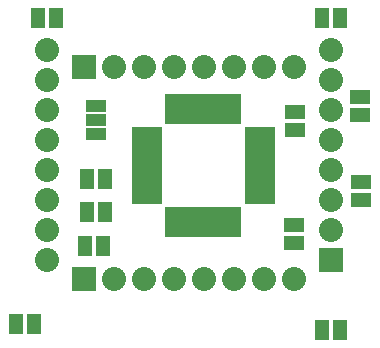
<source format=gts>
G04 (created by PCBNEW-RS274X (2011-05-25)-stable) date Tue 02 Apr 2013 03:30:14 PM PDT*
G01*
G70*
G90*
%MOIN*%
G04 Gerber Fmt 3.4, Leading zero omitted, Abs format*
%FSLAX34Y34*%
G04 APERTURE LIST*
%ADD10C,0.006000*%
%ADD11R,0.045000X0.065000*%
%ADD12R,0.065000X0.045000*%
%ADD13R,0.037700X0.098700*%
%ADD14R,0.098700X0.037700*%
%ADD15C,0.080000*%
%ADD16R,0.080000X0.080000*%
%ADD17R,0.071200X0.039700*%
G04 APERTURE END LIST*
G54D10*
G54D11*
X50094Y-28504D03*
X50694Y-28504D03*
X42220Y-36102D03*
X42820Y-36102D03*
X39897Y-38701D03*
X40497Y-38701D03*
X42259Y-34961D03*
X42859Y-34961D03*
G54D12*
X49213Y-31629D03*
X49213Y-32229D03*
G54D11*
X42259Y-33858D03*
X42859Y-33858D03*
G54D12*
X51417Y-33952D03*
X51417Y-34552D03*
X51378Y-31717D03*
X51378Y-31117D03*
G54D11*
X40645Y-28504D03*
X41245Y-28504D03*
G54D13*
X45048Y-31529D03*
X45363Y-31529D03*
X45678Y-31529D03*
X45993Y-31529D03*
X46308Y-31529D03*
X46623Y-31529D03*
X46938Y-31529D03*
X47253Y-31529D03*
X47251Y-35295D03*
X45041Y-35295D03*
X45361Y-35295D03*
X45681Y-35295D03*
X45991Y-35295D03*
X46311Y-35295D03*
X46621Y-35295D03*
X46941Y-35295D03*
G54D14*
X48041Y-32313D03*
X48041Y-32627D03*
X48041Y-32943D03*
X48041Y-33257D03*
X48041Y-33573D03*
X48041Y-33887D03*
X48041Y-34203D03*
X48041Y-34517D03*
X44261Y-32315D03*
X44261Y-32625D03*
X44261Y-32945D03*
X44261Y-33255D03*
X44261Y-33565D03*
X44261Y-33885D03*
X44261Y-34205D03*
X44261Y-34525D03*
G54D15*
X40945Y-29569D03*
X40945Y-30569D03*
X40945Y-31569D03*
X40945Y-32569D03*
X40945Y-33569D03*
X40945Y-34569D03*
X40945Y-35569D03*
X40945Y-36569D03*
G54D16*
X50394Y-36569D03*
G54D15*
X50394Y-35569D03*
X50394Y-34569D03*
X50394Y-33569D03*
X50394Y-32569D03*
X50394Y-31569D03*
X50394Y-30569D03*
X50394Y-29569D03*
G54D12*
X49173Y-35409D03*
X49173Y-36009D03*
G54D11*
X50094Y-38898D03*
X50694Y-38898D03*
G54D16*
X42169Y-30118D03*
G54D15*
X43169Y-30118D03*
X44169Y-30118D03*
X45169Y-30118D03*
X46169Y-30118D03*
X47169Y-30118D03*
X48169Y-30118D03*
X49169Y-30118D03*
G54D16*
X42169Y-37205D03*
G54D15*
X43169Y-37205D03*
X44169Y-37205D03*
X45169Y-37205D03*
X46169Y-37205D03*
X47169Y-37205D03*
X48169Y-37205D03*
X49169Y-37205D03*
G54D17*
X42559Y-31890D03*
X42559Y-31418D03*
X42559Y-32362D03*
M02*

</source>
